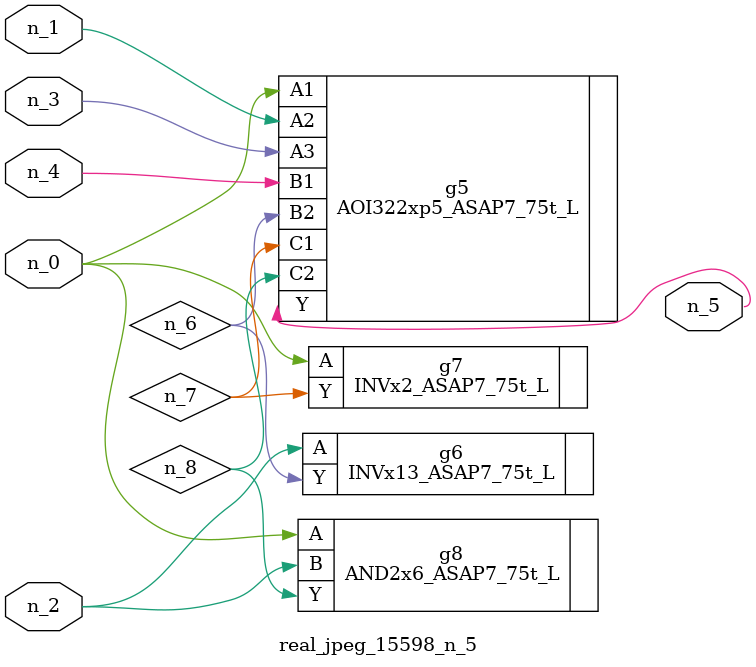
<source format=v>
module real_jpeg_15598_n_5 (n_4, n_0, n_1, n_2, n_3, n_5);

input n_4;
input n_0;
input n_1;
input n_2;
input n_3;

output n_5;

wire n_8;
wire n_6;
wire n_7;

AOI322xp5_ASAP7_75t_L g5 ( 
.A1(n_0),
.A2(n_1),
.A3(n_3),
.B1(n_4),
.B2(n_6),
.C1(n_7),
.C2(n_8),
.Y(n_5)
);

INVx2_ASAP7_75t_L g7 ( 
.A(n_0),
.Y(n_7)
);

AND2x6_ASAP7_75t_L g8 ( 
.A(n_0),
.B(n_2),
.Y(n_8)
);

INVx13_ASAP7_75t_L g6 ( 
.A(n_2),
.Y(n_6)
);


endmodule
</source>
